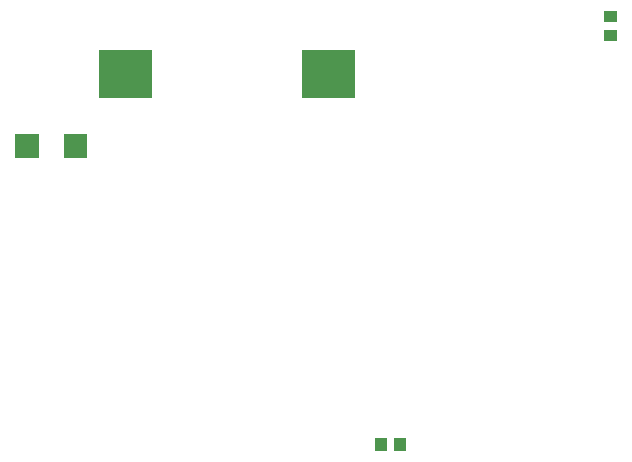
<source format=gbp>
G04 Layer: BottomPasteMaskLayer*
G04 EasyEDA v6.4.19.5, 2021-06-04T13:03:27+02:00*
G04 efa6938f2177404b8bb2681d1be77202,563db0ff5b334ec4995e7372edb549dc,10*
G04 Gerber Generator version 0.2*
G04 Scale: 100 percent, Rotated: No, Reflected: No *
G04 Dimensions in millimeters *
G04 leading zeros omitted , absolute positions ,4 integer and 5 decimal *
%FSLAX45Y45*%
%MOMM*%

%ADD10C,0.0001*%

%LPD*%
G36*
X1105839Y-1398600D02*
G01*
X905840Y-1398600D01*
X905840Y-1598599D01*
X1105839Y-1598599D01*
G37*
G36*
X694359Y-1398600D02*
G01*
X494360Y-1398600D01*
X494360Y-1598599D01*
X694359Y-1598599D01*
G37*
G36*
X3640292Y-3970898D02*
G01*
X3540292Y-3970898D01*
X3540292Y-4080901D01*
X3640292Y-4080901D01*
G37*
G36*
X3800292Y-3970898D02*
G01*
X3700292Y-3970898D01*
X3700292Y-4080901D01*
X3800292Y-4080901D01*
G37*
G36*
X5482198Y-512607D02*
G01*
X5482198Y-612607D01*
X5592201Y-612607D01*
X5592201Y-512607D01*
G37*
G36*
X5482198Y-352607D02*
G01*
X5482198Y-452607D01*
X5592201Y-452607D01*
X5592201Y-352607D01*
G37*
G36*
X3371001Y-689000D02*
G01*
X2921002Y-689000D01*
X2921002Y-1088999D01*
X3371001Y-1088999D01*
G37*
G36*
X1651000Y-689000D02*
G01*
X1201000Y-689000D01*
X1201000Y-1088999D01*
X1651000Y-1088999D01*
G37*
M02*

</source>
